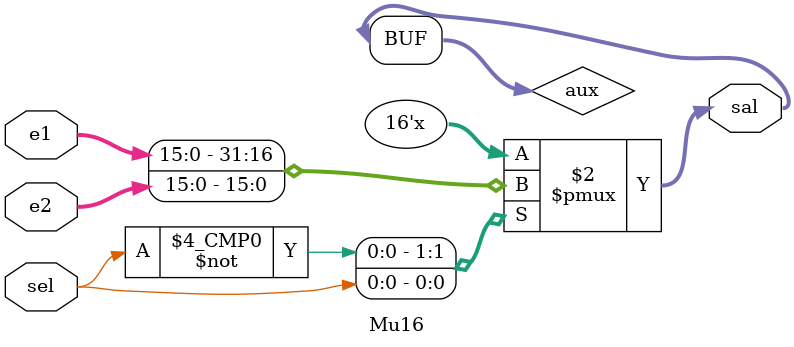
<source format=v>
module Mu16(
    input [15:0] e1,
    input [15:0] e2,
    input wire sel,
    output [15:0] sal
);
reg [15:0] aux;

always@(*)
    begin
        case(sel)
            1'b0:
                aux = e1;
            1'b1:
                aux = e2;
        endcase
    end
assign sal = aux;

endmodule
</source>
